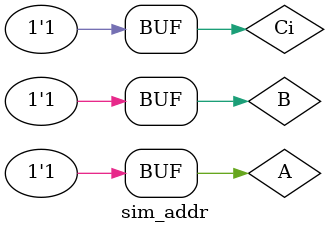
<source format=v>
module sim_addr;
	reg A,B;
	reg Ci;
	wire S;
	wire Co;
	initial begin
		A=1'b0;B=1'b0;Ci=0;
	end
	always  begin
		#20 Ci=1'b1;
		#20 B=B+1'b1;	Ci=~Ci;
		#20 {A,B,Ci}=3'b011;
		#20 {A,B,Ci}=3'b100;
		repeat(3) begin
			#20 {A,B,Ci}={A,B,Ci}+1'b001;
		end
	end
	fulladder T(S,Co,A,B,Ci);
endmodule
</source>
